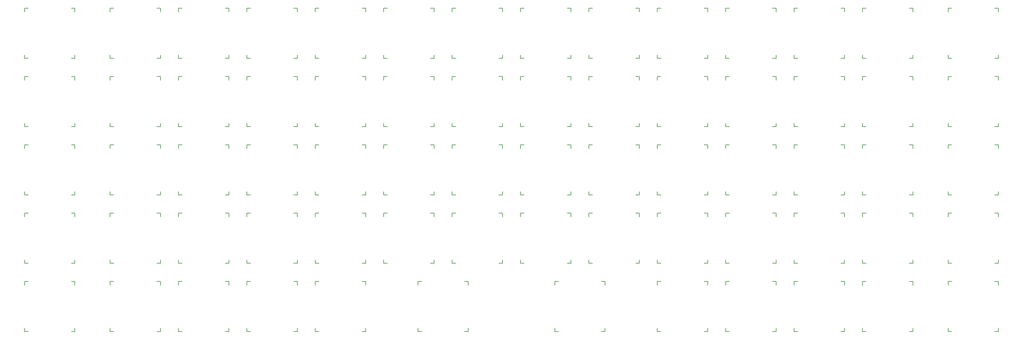
<source format=gbr>
%TF.GenerationSoftware,KiCad,Pcbnew,(5.1.6)-1*%
%TF.CreationDate,2020-08-12T01:23:20+02:00*%
%TF.ProjectId,boardswap,626f6172-6473-4776-9170-2e6b69636164,rev?*%
%TF.SameCoordinates,Original*%
%TF.FileFunction,Legend,Top*%
%TF.FilePolarity,Positive*%
%FSLAX46Y46*%
G04 Gerber Fmt 4.6, Leading zero omitted, Abs format (unit mm)*
G04 Created by KiCad (PCBNEW (5.1.6)-1) date 2020-08-12 01:23:20*
%MOMM*%
%LPD*%
G01*
G04 APERTURE LIST*
%ADD10C,0.150000*%
G04 APERTURE END LIST*
D10*
%TO.C,MX15*%
X-11762500Y201262500D02*
X-11762500Y202262500D01*
X-11762500Y188262500D02*
X-10762500Y188262500D01*
X-10762500Y202262500D02*
X-11762500Y202262500D01*
X-11762500Y188262500D02*
X-11762500Y189262500D01*
X2237500Y189262500D02*
X2237500Y188262500D01*
X2237500Y202262500D02*
X1237500Y202262500D01*
X1237500Y188262500D02*
X2237500Y188262500D01*
X2237500Y202262500D02*
X2237500Y201262500D01*
%TO.C,MX68*%
X245412500Y144112500D02*
X245412500Y145112500D01*
X245412500Y131112500D02*
X246412500Y131112500D01*
X246412500Y145112500D02*
X245412500Y145112500D01*
X245412500Y131112500D02*
X245412500Y132112500D01*
X259412500Y132112500D02*
X259412500Y131112500D01*
X259412500Y145112500D02*
X258412500Y145112500D01*
X258412500Y131112500D02*
X259412500Y131112500D01*
X259412500Y145112500D02*
X259412500Y144112500D01*
%TO.C,MX67*%
X221600000Y144112500D02*
X221600000Y145112500D01*
X221600000Y131112500D02*
X222600000Y131112500D01*
X222600000Y145112500D02*
X221600000Y145112500D01*
X221600000Y131112500D02*
X221600000Y132112500D01*
X235600000Y132112500D02*
X235600000Y131112500D01*
X235600000Y145112500D02*
X234600000Y145112500D01*
X234600000Y131112500D02*
X235600000Y131112500D01*
X235600000Y145112500D02*
X235600000Y144112500D01*
%TO.C,MX66*%
X202550000Y144112500D02*
X202550000Y145112500D01*
X202550000Y131112500D02*
X203550000Y131112500D01*
X203550000Y145112500D02*
X202550000Y145112500D01*
X202550000Y131112500D02*
X202550000Y132112500D01*
X216550000Y132112500D02*
X216550000Y131112500D01*
X216550000Y145112500D02*
X215550000Y145112500D01*
X215550000Y131112500D02*
X216550000Y131112500D01*
X216550000Y145112500D02*
X216550000Y144112500D01*
%TO.C,MX65*%
X183500000Y144112500D02*
X183500000Y145112500D01*
X183500000Y131112500D02*
X184500000Y131112500D01*
X184500000Y145112500D02*
X183500000Y145112500D01*
X183500000Y131112500D02*
X183500000Y132112500D01*
X197500000Y132112500D02*
X197500000Y131112500D01*
X197500000Y145112500D02*
X196500000Y145112500D01*
X196500000Y131112500D02*
X197500000Y131112500D01*
X197500000Y145112500D02*
X197500000Y144112500D01*
%TO.C,MX64*%
X164450000Y144112500D02*
X164450000Y145112500D01*
X164450000Y131112500D02*
X165450000Y131112500D01*
X165450000Y145112500D02*
X164450000Y145112500D01*
X164450000Y131112500D02*
X164450000Y132112500D01*
X178450000Y132112500D02*
X178450000Y131112500D01*
X178450000Y145112500D02*
X177450000Y145112500D01*
X177450000Y131112500D02*
X178450000Y131112500D01*
X178450000Y145112500D02*
X178450000Y144112500D01*
%TO.C,MX63*%
X135875000Y144112500D02*
X135875000Y145112500D01*
X135875000Y131112500D02*
X136875000Y131112500D01*
X136875000Y145112500D02*
X135875000Y145112500D01*
X135875000Y131112500D02*
X135875000Y132112500D01*
X149875000Y132112500D02*
X149875000Y131112500D01*
X149875000Y145112500D02*
X148875000Y145112500D01*
X148875000Y131112500D02*
X149875000Y131112500D01*
X149875000Y145112500D02*
X149875000Y144112500D01*
%TO.C,MX62*%
X97775000Y144112500D02*
X97775000Y145112500D01*
X97775000Y131112500D02*
X98775000Y131112500D01*
X98775000Y145112500D02*
X97775000Y145112500D01*
X97775000Y131112500D02*
X97775000Y132112500D01*
X111775000Y132112500D02*
X111775000Y131112500D01*
X111775000Y145112500D02*
X110775000Y145112500D01*
X110775000Y131112500D02*
X111775000Y131112500D01*
X111775000Y145112500D02*
X111775000Y144112500D01*
%TO.C,MX61*%
X69200000Y144112500D02*
X69200000Y145112500D01*
X69200000Y131112500D02*
X70200000Y131112500D01*
X70200000Y145112500D02*
X69200000Y145112500D01*
X69200000Y131112500D02*
X69200000Y132112500D01*
X83200000Y132112500D02*
X83200000Y131112500D01*
X83200000Y145112500D02*
X82200000Y145112500D01*
X82200000Y131112500D02*
X83200000Y131112500D01*
X83200000Y145112500D02*
X83200000Y144112500D01*
%TO.C,MX60*%
X50150000Y144112500D02*
X50150000Y145112500D01*
X50150000Y131112500D02*
X51150000Y131112500D01*
X51150000Y145112500D02*
X50150000Y145112500D01*
X50150000Y131112500D02*
X50150000Y132112500D01*
X64150000Y132112500D02*
X64150000Y131112500D01*
X64150000Y145112500D02*
X63150000Y145112500D01*
X63150000Y131112500D02*
X64150000Y131112500D01*
X64150000Y145112500D02*
X64150000Y144112500D01*
%TO.C,MX59*%
X31100000Y144112500D02*
X31100000Y145112500D01*
X31100000Y131112500D02*
X32100000Y131112500D01*
X32100000Y145112500D02*
X31100000Y145112500D01*
X31100000Y131112500D02*
X31100000Y132112500D01*
X45100000Y132112500D02*
X45100000Y131112500D01*
X45100000Y145112500D02*
X44100000Y145112500D01*
X44100000Y131112500D02*
X45100000Y131112500D01*
X45100000Y145112500D02*
X45100000Y144112500D01*
%TO.C,MX58*%
X12050000Y144112500D02*
X12050000Y145112500D01*
X12050000Y131112500D02*
X13050000Y131112500D01*
X13050000Y145112500D02*
X12050000Y145112500D01*
X12050000Y131112500D02*
X12050000Y132112500D01*
X26050000Y132112500D02*
X26050000Y131112500D01*
X26050000Y145112500D02*
X25050000Y145112500D01*
X25050000Y131112500D02*
X26050000Y131112500D01*
X26050000Y145112500D02*
X26050000Y144112500D01*
%TO.C,MX57*%
X-11762500Y144112500D02*
X-11762500Y145112500D01*
X-11762500Y131112500D02*
X-10762500Y131112500D01*
X-10762500Y145112500D02*
X-11762500Y145112500D01*
X-11762500Y131112500D02*
X-11762500Y132112500D01*
X2237500Y132112500D02*
X2237500Y131112500D01*
X2237500Y145112500D02*
X1237500Y145112500D01*
X1237500Y131112500D02*
X2237500Y131112500D01*
X2237500Y145112500D02*
X2237500Y144112500D01*
%TO.C,MX56*%
X245412500Y163162500D02*
X245412500Y164162500D01*
X245412500Y150162500D02*
X246412500Y150162500D01*
X246412500Y164162500D02*
X245412500Y164162500D01*
X245412500Y150162500D02*
X245412500Y151162500D01*
X259412500Y151162500D02*
X259412500Y150162500D01*
X259412500Y164162500D02*
X258412500Y164162500D01*
X258412500Y150162500D02*
X259412500Y150162500D01*
X259412500Y164162500D02*
X259412500Y163162500D01*
%TO.C,MX55*%
X221600000Y163162500D02*
X221600000Y164162500D01*
X221600000Y150162500D02*
X222600000Y150162500D01*
X222600000Y164162500D02*
X221600000Y164162500D01*
X221600000Y150162500D02*
X221600000Y151162500D01*
X235600000Y151162500D02*
X235600000Y150162500D01*
X235600000Y164162500D02*
X234600000Y164162500D01*
X234600000Y150162500D02*
X235600000Y150162500D01*
X235600000Y164162500D02*
X235600000Y163162500D01*
%TO.C,MX54*%
X202550000Y163162500D02*
X202550000Y164162500D01*
X202550000Y150162500D02*
X203550000Y150162500D01*
X203550000Y164162500D02*
X202550000Y164162500D01*
X202550000Y150162500D02*
X202550000Y151162500D01*
X216550000Y151162500D02*
X216550000Y150162500D01*
X216550000Y164162500D02*
X215550000Y164162500D01*
X215550000Y150162500D02*
X216550000Y150162500D01*
X216550000Y164162500D02*
X216550000Y163162500D01*
%TO.C,MX53*%
X183500000Y163162500D02*
X183500000Y164162500D01*
X183500000Y150162500D02*
X184500000Y150162500D01*
X184500000Y164162500D02*
X183500000Y164162500D01*
X183500000Y150162500D02*
X183500000Y151162500D01*
X197500000Y151162500D02*
X197500000Y150162500D01*
X197500000Y164162500D02*
X196500000Y164162500D01*
X196500000Y150162500D02*
X197500000Y150162500D01*
X197500000Y164162500D02*
X197500000Y163162500D01*
%TO.C,MX52*%
X164450000Y163162500D02*
X164450000Y164162500D01*
X164450000Y150162500D02*
X165450000Y150162500D01*
X165450000Y164162500D02*
X164450000Y164162500D01*
X164450000Y150162500D02*
X164450000Y151162500D01*
X178450000Y151162500D02*
X178450000Y150162500D01*
X178450000Y164162500D02*
X177450000Y164162500D01*
X177450000Y150162500D02*
X178450000Y150162500D01*
X178450000Y164162500D02*
X178450000Y163162500D01*
%TO.C,MX51*%
X145400000Y163162500D02*
X145400000Y164162500D01*
X145400000Y150162500D02*
X146400000Y150162500D01*
X146400000Y164162500D02*
X145400000Y164162500D01*
X145400000Y150162500D02*
X145400000Y151162500D01*
X159400000Y151162500D02*
X159400000Y150162500D01*
X159400000Y164162500D02*
X158400000Y164162500D01*
X158400000Y150162500D02*
X159400000Y150162500D01*
X159400000Y164162500D02*
X159400000Y163162500D01*
%TO.C,MX50*%
X126350000Y163162500D02*
X126350000Y164162500D01*
X126350000Y150162500D02*
X127350000Y150162500D01*
X127350000Y164162500D02*
X126350000Y164162500D01*
X126350000Y150162500D02*
X126350000Y151162500D01*
X140350000Y151162500D02*
X140350000Y150162500D01*
X140350000Y164162500D02*
X139350000Y164162500D01*
X139350000Y150162500D02*
X140350000Y150162500D01*
X140350000Y164162500D02*
X140350000Y163162500D01*
%TO.C,MX49*%
X107300000Y163162500D02*
X107300000Y164162500D01*
X107300000Y150162500D02*
X108300000Y150162500D01*
X108300000Y164162500D02*
X107300000Y164162500D01*
X107300000Y150162500D02*
X107300000Y151162500D01*
X121300000Y151162500D02*
X121300000Y150162500D01*
X121300000Y164162500D02*
X120300000Y164162500D01*
X120300000Y150162500D02*
X121300000Y150162500D01*
X121300000Y164162500D02*
X121300000Y163162500D01*
%TO.C,MX48*%
X88250000Y163162500D02*
X88250000Y164162500D01*
X88250000Y150162500D02*
X89250000Y150162500D01*
X89250000Y164162500D02*
X88250000Y164162500D01*
X88250000Y150162500D02*
X88250000Y151162500D01*
X102250000Y151162500D02*
X102250000Y150162500D01*
X102250000Y164162500D02*
X101250000Y164162500D01*
X101250000Y150162500D02*
X102250000Y150162500D01*
X102250000Y164162500D02*
X102250000Y163162500D01*
%TO.C,MX47*%
X69200000Y163162500D02*
X69200000Y164162500D01*
X69200000Y150162500D02*
X70200000Y150162500D01*
X70200000Y164162500D02*
X69200000Y164162500D01*
X69200000Y150162500D02*
X69200000Y151162500D01*
X83200000Y151162500D02*
X83200000Y150162500D01*
X83200000Y164162500D02*
X82200000Y164162500D01*
X82200000Y150162500D02*
X83200000Y150162500D01*
X83200000Y164162500D02*
X83200000Y163162500D01*
%TO.C,MX46*%
X50150000Y163162500D02*
X50150000Y164162500D01*
X50150000Y150162500D02*
X51150000Y150162500D01*
X51150000Y164162500D02*
X50150000Y164162500D01*
X50150000Y150162500D02*
X50150000Y151162500D01*
X64150000Y151162500D02*
X64150000Y150162500D01*
X64150000Y164162500D02*
X63150000Y164162500D01*
X63150000Y150162500D02*
X64150000Y150162500D01*
X64150000Y164162500D02*
X64150000Y163162500D01*
%TO.C,MX45*%
X31100000Y163162500D02*
X31100000Y164162500D01*
X31100000Y150162500D02*
X32100000Y150162500D01*
X32100000Y164162500D02*
X31100000Y164162500D01*
X31100000Y150162500D02*
X31100000Y151162500D01*
X45100000Y151162500D02*
X45100000Y150162500D01*
X45100000Y164162500D02*
X44100000Y164162500D01*
X44100000Y150162500D02*
X45100000Y150162500D01*
X45100000Y164162500D02*
X45100000Y163162500D01*
%TO.C,MX44*%
X12050000Y163162500D02*
X12050000Y164162500D01*
X12050000Y150162500D02*
X13050000Y150162500D01*
X13050000Y164162500D02*
X12050000Y164162500D01*
X12050000Y150162500D02*
X12050000Y151162500D01*
X26050000Y151162500D02*
X26050000Y150162500D01*
X26050000Y164162500D02*
X25050000Y164162500D01*
X25050000Y150162500D02*
X26050000Y150162500D01*
X26050000Y164162500D02*
X26050000Y163162500D01*
%TO.C,MX43*%
X-11762500Y163162500D02*
X-11762500Y164162500D01*
X-11762500Y150162500D02*
X-10762500Y150162500D01*
X-10762500Y164162500D02*
X-11762500Y164162500D01*
X-11762500Y150162500D02*
X-11762500Y151162500D01*
X2237500Y151162500D02*
X2237500Y150162500D01*
X2237500Y164162500D02*
X1237500Y164162500D01*
X1237500Y150162500D02*
X2237500Y150162500D01*
X2237500Y164162500D02*
X2237500Y163162500D01*
%TO.C,MX42*%
X245412500Y182212500D02*
X245412500Y183212500D01*
X245412500Y169212500D02*
X246412500Y169212500D01*
X246412500Y183212500D02*
X245412500Y183212500D01*
X245412500Y169212500D02*
X245412500Y170212500D01*
X259412500Y170212500D02*
X259412500Y169212500D01*
X259412500Y183212500D02*
X258412500Y183212500D01*
X258412500Y169212500D02*
X259412500Y169212500D01*
X259412500Y183212500D02*
X259412500Y182212500D01*
%TO.C,MX41*%
X221600000Y182212500D02*
X221600000Y183212500D01*
X221600000Y169212500D02*
X222600000Y169212500D01*
X222600000Y183212500D02*
X221600000Y183212500D01*
X221600000Y169212500D02*
X221600000Y170212500D01*
X235600000Y170212500D02*
X235600000Y169212500D01*
X235600000Y183212500D02*
X234600000Y183212500D01*
X234600000Y169212500D02*
X235600000Y169212500D01*
X235600000Y183212500D02*
X235600000Y182212500D01*
%TO.C,MX40*%
X202550000Y182212500D02*
X202550000Y183212500D01*
X202550000Y169212500D02*
X203550000Y169212500D01*
X203550000Y183212500D02*
X202550000Y183212500D01*
X202550000Y169212500D02*
X202550000Y170212500D01*
X216550000Y170212500D02*
X216550000Y169212500D01*
X216550000Y183212500D02*
X215550000Y183212500D01*
X215550000Y169212500D02*
X216550000Y169212500D01*
X216550000Y183212500D02*
X216550000Y182212500D01*
%TO.C,MX39*%
X183500000Y182212500D02*
X183500000Y183212500D01*
X183500000Y169212500D02*
X184500000Y169212500D01*
X184500000Y183212500D02*
X183500000Y183212500D01*
X183500000Y169212500D02*
X183500000Y170212500D01*
X197500000Y170212500D02*
X197500000Y169212500D01*
X197500000Y183212500D02*
X196500000Y183212500D01*
X196500000Y169212500D02*
X197500000Y169212500D01*
X197500000Y183212500D02*
X197500000Y182212500D01*
%TO.C,MX38*%
X164450000Y182212500D02*
X164450000Y183212500D01*
X164450000Y169212500D02*
X165450000Y169212500D01*
X165450000Y183212500D02*
X164450000Y183212500D01*
X164450000Y169212500D02*
X164450000Y170212500D01*
X178450000Y170212500D02*
X178450000Y169212500D01*
X178450000Y183212500D02*
X177450000Y183212500D01*
X177450000Y169212500D02*
X178450000Y169212500D01*
X178450000Y183212500D02*
X178450000Y182212500D01*
%TO.C,MX37*%
X145400000Y182212500D02*
X145400000Y183212500D01*
X145400000Y169212500D02*
X146400000Y169212500D01*
X146400000Y183212500D02*
X145400000Y183212500D01*
X145400000Y169212500D02*
X145400000Y170212500D01*
X159400000Y170212500D02*
X159400000Y169212500D01*
X159400000Y183212500D02*
X158400000Y183212500D01*
X158400000Y169212500D02*
X159400000Y169212500D01*
X159400000Y183212500D02*
X159400000Y182212500D01*
%TO.C,MX36*%
X126350000Y182212500D02*
X126350000Y183212500D01*
X126350000Y169212500D02*
X127350000Y169212500D01*
X127350000Y183212500D02*
X126350000Y183212500D01*
X126350000Y169212500D02*
X126350000Y170212500D01*
X140350000Y170212500D02*
X140350000Y169212500D01*
X140350000Y183212500D02*
X139350000Y183212500D01*
X139350000Y169212500D02*
X140350000Y169212500D01*
X140350000Y183212500D02*
X140350000Y182212500D01*
%TO.C,MX35*%
X107300000Y182212500D02*
X107300000Y183212500D01*
X107300000Y169212500D02*
X108300000Y169212500D01*
X108300000Y183212500D02*
X107300000Y183212500D01*
X107300000Y169212500D02*
X107300000Y170212500D01*
X121300000Y170212500D02*
X121300000Y169212500D01*
X121300000Y183212500D02*
X120300000Y183212500D01*
X120300000Y169212500D02*
X121300000Y169212500D01*
X121300000Y183212500D02*
X121300000Y182212500D01*
%TO.C,MX34*%
X88250000Y182212500D02*
X88250000Y183212500D01*
X88250000Y169212500D02*
X89250000Y169212500D01*
X89250000Y183212500D02*
X88250000Y183212500D01*
X88250000Y169212500D02*
X88250000Y170212500D01*
X102250000Y170212500D02*
X102250000Y169212500D01*
X102250000Y183212500D02*
X101250000Y183212500D01*
X101250000Y169212500D02*
X102250000Y169212500D01*
X102250000Y183212500D02*
X102250000Y182212500D01*
%TO.C,MX33*%
X69200000Y182212500D02*
X69200000Y183212500D01*
X69200000Y169212500D02*
X70200000Y169212500D01*
X70200000Y183212500D02*
X69200000Y183212500D01*
X69200000Y169212500D02*
X69200000Y170212500D01*
X83200000Y170212500D02*
X83200000Y169212500D01*
X83200000Y183212500D02*
X82200000Y183212500D01*
X82200000Y169212500D02*
X83200000Y169212500D01*
X83200000Y183212500D02*
X83200000Y182212500D01*
%TO.C,MX32*%
X50150000Y182212500D02*
X50150000Y183212500D01*
X50150000Y169212500D02*
X51150000Y169212500D01*
X51150000Y183212500D02*
X50150000Y183212500D01*
X50150000Y169212500D02*
X50150000Y170212500D01*
X64150000Y170212500D02*
X64150000Y169212500D01*
X64150000Y183212500D02*
X63150000Y183212500D01*
X63150000Y169212500D02*
X64150000Y169212500D01*
X64150000Y183212500D02*
X64150000Y182212500D01*
%TO.C,MX31*%
X31100000Y182212500D02*
X31100000Y183212500D01*
X31100000Y169212500D02*
X32100000Y169212500D01*
X32100000Y183212500D02*
X31100000Y183212500D01*
X31100000Y169212500D02*
X31100000Y170212500D01*
X45100000Y170212500D02*
X45100000Y169212500D01*
X45100000Y183212500D02*
X44100000Y183212500D01*
X44100000Y169212500D02*
X45100000Y169212500D01*
X45100000Y183212500D02*
X45100000Y182212500D01*
%TO.C,MX30*%
X12050000Y182212500D02*
X12050000Y183212500D01*
X12050000Y169212500D02*
X13050000Y169212500D01*
X13050000Y183212500D02*
X12050000Y183212500D01*
X12050000Y169212500D02*
X12050000Y170212500D01*
X26050000Y170212500D02*
X26050000Y169212500D01*
X26050000Y183212500D02*
X25050000Y183212500D01*
X25050000Y169212500D02*
X26050000Y169212500D01*
X26050000Y183212500D02*
X26050000Y182212500D01*
%TO.C,MX29*%
X-11762500Y182212500D02*
X-11762500Y183212500D01*
X-11762500Y169212500D02*
X-10762500Y169212500D01*
X-10762500Y183212500D02*
X-11762500Y183212500D01*
X-11762500Y169212500D02*
X-11762500Y170212500D01*
X2237500Y170212500D02*
X2237500Y169212500D01*
X2237500Y183212500D02*
X1237500Y183212500D01*
X1237500Y169212500D02*
X2237500Y169212500D01*
X2237500Y183212500D02*
X2237500Y182212500D01*
%TO.C,MX28*%
X259412500Y189262500D02*
X259412500Y188262500D01*
X259412500Y202262500D02*
X258412500Y202262500D01*
X258412500Y188262500D02*
X259412500Y188262500D01*
X259412500Y202262500D02*
X259412500Y201262500D01*
X245412500Y201262500D02*
X245412500Y202262500D01*
X245412500Y188262500D02*
X246412500Y188262500D01*
X246412500Y202262500D02*
X245412500Y202262500D01*
X245412500Y188262500D02*
X245412500Y189262500D01*
%TO.C,MX27*%
X221600000Y201262500D02*
X221600000Y202262500D01*
X221600000Y188262500D02*
X222600000Y188262500D01*
X222600000Y202262500D02*
X221600000Y202262500D01*
X221600000Y188262500D02*
X221600000Y189262500D01*
X235600000Y189262500D02*
X235600000Y188262500D01*
X235600000Y202262500D02*
X234600000Y202262500D01*
X234600000Y188262500D02*
X235600000Y188262500D01*
X235600000Y202262500D02*
X235600000Y201262500D01*
%TO.C,MX26*%
X202550000Y201262500D02*
X202550000Y202262500D01*
X202550000Y188262500D02*
X203550000Y188262500D01*
X203550000Y202262500D02*
X202550000Y202262500D01*
X202550000Y188262500D02*
X202550000Y189262500D01*
X216550000Y189262500D02*
X216550000Y188262500D01*
X216550000Y202262500D02*
X215550000Y202262500D01*
X215550000Y188262500D02*
X216550000Y188262500D01*
X216550000Y202262500D02*
X216550000Y201262500D01*
%TO.C,MX25*%
X183500000Y201262500D02*
X183500000Y202262500D01*
X183500000Y188262500D02*
X184500000Y188262500D01*
X184500000Y202262500D02*
X183500000Y202262500D01*
X183500000Y188262500D02*
X183500000Y189262500D01*
X197500000Y189262500D02*
X197500000Y188262500D01*
X197500000Y202262500D02*
X196500000Y202262500D01*
X196500000Y188262500D02*
X197500000Y188262500D01*
X197500000Y202262500D02*
X197500000Y201262500D01*
%TO.C,MX24*%
X164450000Y201262500D02*
X164450000Y202262500D01*
X164450000Y188262500D02*
X165450000Y188262500D01*
X165450000Y202262500D02*
X164450000Y202262500D01*
X164450000Y188262500D02*
X164450000Y189262500D01*
X178450000Y189262500D02*
X178450000Y188262500D01*
X178450000Y202262500D02*
X177450000Y202262500D01*
X177450000Y188262500D02*
X178450000Y188262500D01*
X178450000Y202262500D02*
X178450000Y201262500D01*
%TO.C,MX23*%
X145400000Y201262500D02*
X145400000Y202262500D01*
X145400000Y188262500D02*
X146400000Y188262500D01*
X146400000Y202262500D02*
X145400000Y202262500D01*
X145400000Y188262500D02*
X145400000Y189262500D01*
X159400000Y189262500D02*
X159400000Y188262500D01*
X159400000Y202262500D02*
X158400000Y202262500D01*
X158400000Y188262500D02*
X159400000Y188262500D01*
X159400000Y202262500D02*
X159400000Y201262500D01*
%TO.C,MX22*%
X126350000Y201262500D02*
X126350000Y202262500D01*
X126350000Y188262500D02*
X127350000Y188262500D01*
X127350000Y202262500D02*
X126350000Y202262500D01*
X126350000Y188262500D02*
X126350000Y189262500D01*
X140350000Y189262500D02*
X140350000Y188262500D01*
X140350000Y202262500D02*
X139350000Y202262500D01*
X139350000Y188262500D02*
X140350000Y188262500D01*
X140350000Y202262500D02*
X140350000Y201262500D01*
%TO.C,MX21*%
X107300000Y201262500D02*
X107300000Y202262500D01*
X107300000Y188262500D02*
X108300000Y188262500D01*
X108300000Y202262500D02*
X107300000Y202262500D01*
X107300000Y188262500D02*
X107300000Y189262500D01*
X121300000Y189262500D02*
X121300000Y188262500D01*
X121300000Y202262500D02*
X120300000Y202262500D01*
X120300000Y188262500D02*
X121300000Y188262500D01*
X121300000Y202262500D02*
X121300000Y201262500D01*
%TO.C,MX20*%
X88250000Y201262500D02*
X88250000Y202262500D01*
X88250000Y188262500D02*
X89250000Y188262500D01*
X89250000Y202262500D02*
X88250000Y202262500D01*
X88250000Y188262500D02*
X88250000Y189262500D01*
X102250000Y189262500D02*
X102250000Y188262500D01*
X102250000Y202262500D02*
X101250000Y202262500D01*
X101250000Y188262500D02*
X102250000Y188262500D01*
X102250000Y202262500D02*
X102250000Y201262500D01*
%TO.C,MX19*%
X69200000Y201262500D02*
X69200000Y202262500D01*
X69200000Y188262500D02*
X70200000Y188262500D01*
X70200000Y202262500D02*
X69200000Y202262500D01*
X69200000Y188262500D02*
X69200000Y189262500D01*
X83200000Y189262500D02*
X83200000Y188262500D01*
X83200000Y202262500D02*
X82200000Y202262500D01*
X82200000Y188262500D02*
X83200000Y188262500D01*
X83200000Y202262500D02*
X83200000Y201262500D01*
%TO.C,MX18*%
X50150000Y201262500D02*
X50150000Y202262500D01*
X50150000Y188262500D02*
X51150000Y188262500D01*
X51150000Y202262500D02*
X50150000Y202262500D01*
X50150000Y188262500D02*
X50150000Y189262500D01*
X64150000Y189262500D02*
X64150000Y188262500D01*
X64150000Y202262500D02*
X63150000Y202262500D01*
X63150000Y188262500D02*
X64150000Y188262500D01*
X64150000Y202262500D02*
X64150000Y201262500D01*
%TO.C,MX17*%
X31100000Y201262500D02*
X31100000Y202262500D01*
X31100000Y188262500D02*
X32100000Y188262500D01*
X32100000Y202262500D02*
X31100000Y202262500D01*
X31100000Y188262500D02*
X31100000Y189262500D01*
X45100000Y189262500D02*
X45100000Y188262500D01*
X45100000Y202262500D02*
X44100000Y202262500D01*
X44100000Y188262500D02*
X45100000Y188262500D01*
X45100000Y202262500D02*
X45100000Y201262500D01*
%TO.C,MX16*%
X12050000Y201262500D02*
X12050000Y202262500D01*
X12050000Y188262500D02*
X13050000Y188262500D01*
X13050000Y202262500D02*
X12050000Y202262500D01*
X12050000Y188262500D02*
X12050000Y189262500D01*
X26050000Y189262500D02*
X26050000Y188262500D01*
X26050000Y202262500D02*
X25050000Y202262500D01*
X25050000Y188262500D02*
X26050000Y188262500D01*
X26050000Y202262500D02*
X26050000Y201262500D01*
%TO.C,MX14*%
X245412500Y220312500D02*
X245412500Y221312500D01*
X245412500Y207312500D02*
X246412500Y207312500D01*
X246412500Y221312500D02*
X245412500Y221312500D01*
X245412500Y207312500D02*
X245412500Y208312500D01*
X259412500Y208312500D02*
X259412500Y207312500D01*
X259412500Y221312500D02*
X258412500Y221312500D01*
X258412500Y207312500D02*
X259412500Y207312500D01*
X259412500Y221312500D02*
X259412500Y220312500D01*
%TO.C,MX13*%
X221600000Y220312500D02*
X221600000Y221312500D01*
X221600000Y207312500D02*
X222600000Y207312500D01*
X222600000Y221312500D02*
X221600000Y221312500D01*
X221600000Y207312500D02*
X221600000Y208312500D01*
X235600000Y208312500D02*
X235600000Y207312500D01*
X235600000Y221312500D02*
X234600000Y221312500D01*
X234600000Y207312500D02*
X235600000Y207312500D01*
X235600000Y221312500D02*
X235600000Y220312500D01*
%TO.C,MX12*%
X202550000Y220312500D02*
X202550000Y221312500D01*
X202550000Y207312500D02*
X203550000Y207312500D01*
X203550000Y221312500D02*
X202550000Y221312500D01*
X202550000Y207312500D02*
X202550000Y208312500D01*
X216550000Y208312500D02*
X216550000Y207312500D01*
X216550000Y221312500D02*
X215550000Y221312500D01*
X215550000Y207312500D02*
X216550000Y207312500D01*
X216550000Y221312500D02*
X216550000Y220312500D01*
%TO.C,MX11*%
X183500000Y220312500D02*
X183500000Y221312500D01*
X183500000Y207312500D02*
X184500000Y207312500D01*
X184500000Y221312500D02*
X183500000Y221312500D01*
X183500000Y207312500D02*
X183500000Y208312500D01*
X197500000Y208312500D02*
X197500000Y207312500D01*
X197500000Y221312500D02*
X196500000Y221312500D01*
X196500000Y207312500D02*
X197500000Y207312500D01*
X197500000Y221312500D02*
X197500000Y220312500D01*
%TO.C,MX10*%
X164450000Y220312500D02*
X164450000Y221312500D01*
X164450000Y207312500D02*
X165450000Y207312500D01*
X165450000Y221312500D02*
X164450000Y221312500D01*
X164450000Y207312500D02*
X164450000Y208312500D01*
X178450000Y208312500D02*
X178450000Y207312500D01*
X178450000Y221312500D02*
X177450000Y221312500D01*
X177450000Y207312500D02*
X178450000Y207312500D01*
X178450000Y221312500D02*
X178450000Y220312500D01*
%TO.C,MX9*%
X145400000Y220312500D02*
X145400000Y221312500D01*
X145400000Y207312500D02*
X146400000Y207312500D01*
X146400000Y221312500D02*
X145400000Y221312500D01*
X145400000Y207312500D02*
X145400000Y208312500D01*
X159400000Y208312500D02*
X159400000Y207312500D01*
X159400000Y221312500D02*
X158400000Y221312500D01*
X158400000Y207312500D02*
X159400000Y207312500D01*
X159400000Y221312500D02*
X159400000Y220312500D01*
%TO.C,MX8*%
X126350000Y220312500D02*
X126350000Y221312500D01*
X126350000Y207312500D02*
X127350000Y207312500D01*
X127350000Y221312500D02*
X126350000Y221312500D01*
X126350000Y207312500D02*
X126350000Y208312500D01*
X140350000Y208312500D02*
X140350000Y207312500D01*
X140350000Y221312500D02*
X139350000Y221312500D01*
X139350000Y207312500D02*
X140350000Y207312500D01*
X140350000Y221312500D02*
X140350000Y220312500D01*
%TO.C,MX7*%
X107300000Y220312500D02*
X107300000Y221312500D01*
X107300000Y207312500D02*
X108300000Y207312500D01*
X108300000Y221312500D02*
X107300000Y221312500D01*
X107300000Y207312500D02*
X107300000Y208312500D01*
X121300000Y208312500D02*
X121300000Y207312500D01*
X121300000Y221312500D02*
X120300000Y221312500D01*
X120300000Y207312500D02*
X121300000Y207312500D01*
X121300000Y221312500D02*
X121300000Y220312500D01*
%TO.C,MX6*%
X88250000Y220312500D02*
X88250000Y221312500D01*
X88250000Y207312500D02*
X89250000Y207312500D01*
X89250000Y221312500D02*
X88250000Y221312500D01*
X88250000Y207312500D02*
X88250000Y208312500D01*
X102250000Y208312500D02*
X102250000Y207312500D01*
X102250000Y221312500D02*
X101250000Y221312500D01*
X101250000Y207312500D02*
X102250000Y207312500D01*
X102250000Y221312500D02*
X102250000Y220312500D01*
%TO.C,MX5*%
X69200000Y220312500D02*
X69200000Y221312500D01*
X69200000Y207312500D02*
X70200000Y207312500D01*
X70200000Y221312500D02*
X69200000Y221312500D01*
X69200000Y207312500D02*
X69200000Y208312500D01*
X83200000Y208312500D02*
X83200000Y207312500D01*
X83200000Y221312500D02*
X82200000Y221312500D01*
X82200000Y207312500D02*
X83200000Y207312500D01*
X83200000Y221312500D02*
X83200000Y220312500D01*
%TO.C,MX4*%
X50150000Y220312500D02*
X50150000Y221312500D01*
X50150000Y207312500D02*
X51150000Y207312500D01*
X51150000Y221312500D02*
X50150000Y221312500D01*
X50150000Y207312500D02*
X50150000Y208312500D01*
X64150000Y208312500D02*
X64150000Y207312500D01*
X64150000Y221312500D02*
X63150000Y221312500D01*
X63150000Y207312500D02*
X64150000Y207312500D01*
X64150000Y221312500D02*
X64150000Y220312500D01*
%TO.C,MX3*%
X31100000Y220312500D02*
X31100000Y221312500D01*
X31100000Y207312500D02*
X32100000Y207312500D01*
X32100000Y221312500D02*
X31100000Y221312500D01*
X31100000Y207312500D02*
X31100000Y208312500D01*
X45100000Y208312500D02*
X45100000Y207312500D01*
X45100000Y221312500D02*
X44100000Y221312500D01*
X44100000Y207312500D02*
X45100000Y207312500D01*
X45100000Y221312500D02*
X45100000Y220312500D01*
%TO.C,MX2*%
X12050000Y220312500D02*
X12050000Y221312500D01*
X12050000Y207312500D02*
X13050000Y207312500D01*
X13050000Y221312500D02*
X12050000Y221312500D01*
X12050000Y207312500D02*
X12050000Y208312500D01*
X26050000Y208312500D02*
X26050000Y207312500D01*
X26050000Y221312500D02*
X25050000Y221312500D01*
X25050000Y207312500D02*
X26050000Y207312500D01*
X26050000Y221312500D02*
X26050000Y220312500D01*
%TO.C,MX1*%
X2237500Y208312500D02*
X2237500Y207312500D01*
X2237500Y221312500D02*
X1237500Y221312500D01*
X1237500Y207312500D02*
X2237500Y207312500D01*
X2237500Y221312500D02*
X2237500Y220312500D01*
X-11762500Y220312500D02*
X-11762500Y221312500D01*
X-11762500Y207312500D02*
X-10762500Y207312500D01*
X-10762500Y221312500D02*
X-11762500Y221312500D01*
X-11762500Y207312500D02*
X-11762500Y208312500D01*
%TD*%
M02*

</source>
